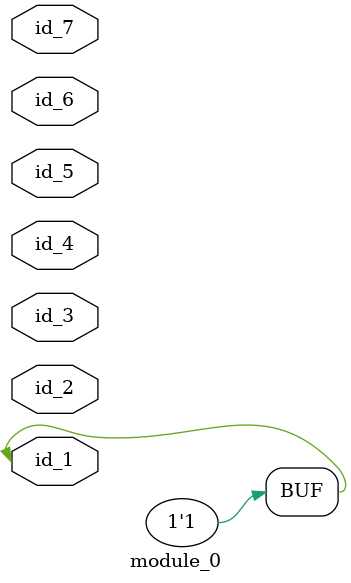
<source format=v>
`timescale 1ps / 1ps
module module_0 (
    id_1,
    id_2,
    id_3,
    id_4,
    id_5,
    id_6,
    id_7
);
  inout id_7;
  input id_6;
  input id_5;
  inout id_4;
  input id_3;
  inout id_2;
  inout id_1;
  assign id_1 = 1;
endmodule

</source>
